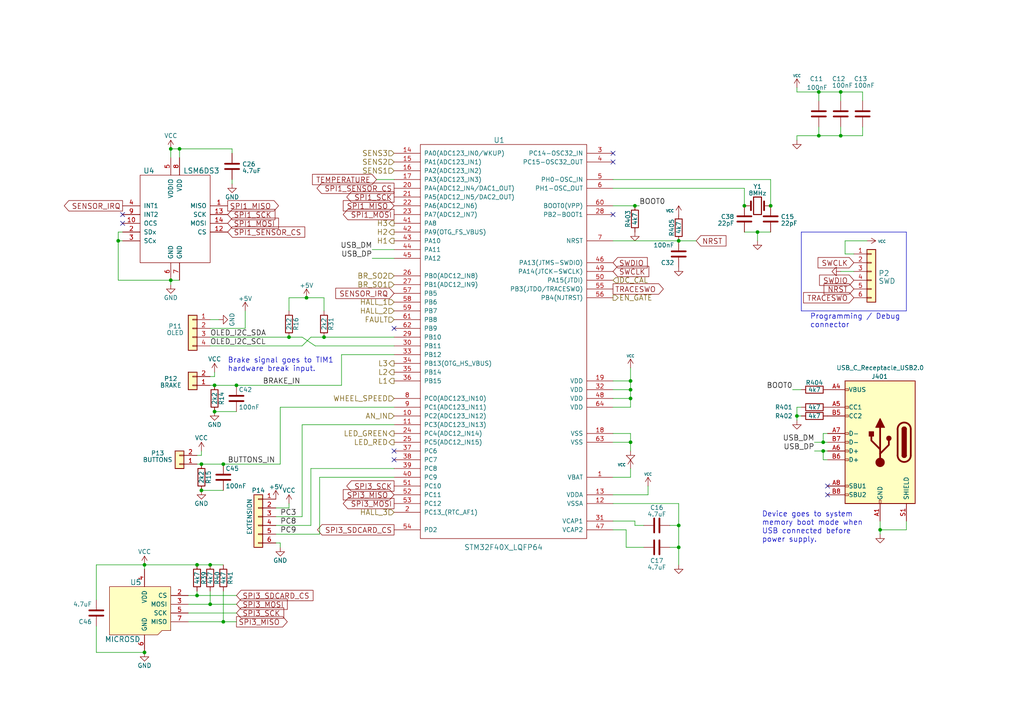
<source format=kicad_sch>
(kicad_sch (version 20230121) (generator eeschema)
  (paper "A4")
  (title_block (title "E-bike controller (based on VESC 4.10)") (date "2023-05-19") (rev "4.10-jpa") (company "Benjamin Vedder") (comment 1 "Customized by Petteri Aimonen"))
  (lib_symbols
    (symbol "Connector:USB_C_Receptacle_USB2.0" (pin_names (offset 1.016))
      (property "Reference" "J" (at -10.16 19.05 0))
      (property "Value" "USB_C_Receptacle_USB2.0" (at 19.05 19.05 0))
      (symbol "USB_C_Receptacle_USB2.0_0_0"
        (rectangle (start -0.254 -17.78) (end 0.254 -16.764))
        (rectangle (start 10.16 -14.986) (end 9.144 -15.494))
        (rectangle (start 10.16 -12.446) (end 9.144 -12.954))
        (rectangle (start 10.16 -4.826) (end 9.144 -5.334))
        (rectangle (start 10.16 -2.286) (end 9.144 -2.794))
        (rectangle (start 10.16 0.254) (end 9.144 -0.254))
        (rectangle (start 10.16 2.794) (end 9.144 2.286))
        (rectangle (start 10.16 7.874) (end 9.144 7.366))
        (rectangle (start 10.16 10.414) (end 9.144 9.906))
        (rectangle (start 10.16 15.494) (end 9.144 14.986))
      )
      (symbol "USB_C_Receptacle_USB2.0_0_1"
        (rectangle (start -10.16 17.78) (end 10.16 -17.78) (stroke (width 0.254)) (fill (type background)))
        (arc (start -8.89 -3.81) (mid -6.985 -5.7067) (end -5.08 -3.81) (stroke (width 0.508)))
        (arc (start -7.62 -3.81) (mid -6.985 -4.4423) (end -6.35 -3.81) (stroke (width 0.254)))
        (arc (start -7.62 -3.81) (mid -6.985 -4.4423) (end -6.35 -3.81) (stroke (width 0.254)) (fill (type outline)))
        (rectangle (start -7.62 -3.81) (end -6.35 3.81) (stroke (width 0.254)) (fill (type outline)))
        (arc (start -6.35 3.81) (mid -6.985 4.4423) (end -7.62 3.81) (stroke (width 0.254)))
        (arc (start -6.35 3.81) (mid -6.985 4.4423) (end -7.62 3.81) (stroke (width 0.254)) (fill (type outline)))
        (arc (start -5.08 3.81) (mid -6.985 5.7067) (end -8.89 3.81) (stroke (width 0.508)))
        (circle (center -2.54 1.143) (radius 0.635) (stroke (width 0.254)) (fill (type outline)))
        (circle (center 0 -5.842) (radius 1.27) (fill (type outline)))
        (polyline (pts (xy -8.89 -3.81) (xy -8.89 3.81)) (stroke (width 0.508)))
        (polyline (pts (xy -5.08 3.81) (xy -5.08 -3.81)) (stroke (width 0.508)))
        (polyline (pts (xy 0 -5.842) (xy 0 4.318)) (stroke (width 0.508)))
        (polyline (pts (xy 0 -3.302) (xy -2.54 -0.762) (xy -2.54 0.508)) (stroke (width 0.508)))
        (polyline (pts (xy 0 -2.032) (xy 2.54 0.508) (xy 2.54 1.778)) (stroke (width 0.508)))
        (polyline (pts (xy -1.27 4.318) (xy 0 6.858) (xy 1.27 4.318) (xy -1.27 4.318)) (stroke (width 0.254)) (fill (type outline)))
        (rectangle (start 1.905 1.778) (end 3.175 3.048) (stroke (width 0.254)) (fill (type outline)))
      )
      (symbol "USB_C_Receptacle_USB2.0_1_1"
        (pin passive line (at 0 -22.86 90) (length 5.08) (name "GND") (number "A1"))
        (pin passive line (at 0 -22.86 90) (length 5.08) hide (name "GND") (number "A12"))
        (pin passive line (at 15.24 15.24 180) (length 5.08) (name "VBUS") (number "A4"))
        (pin bidirectional line (at 15.24 10.16 180) (length 5.08) (name "CC1") (number "A5"))
        (pin bidirectional line (at 15.24 -2.54 180) (length 5.08) (name "D+") (number "A6"))
        (pin bidirectional line (at 15.24 2.54 180) (length 5.08) (name "D-") (number "A7"))
        (pin bidirectional line (at 15.24 -12.7 180) (length 5.08) (name "SBU1") (number "A8"))
        (pin passive line (at 15.24 15.24 180) (length 5.08) hide (name "VBUS") (number "A9"))
        (pin passive line (at 0 -22.86 90) (length 5.08) hide (name "GND") (number "B1"))
        (pin passive line (at 0 -22.86 90) (length 5.08) hide (name "GND") (number "B12"))
        (pin passive line (at 15.24 15.24 180) (length 5.08) hide (name "VBUS") (number "B4"))
        (pin bidirectional line (at 15.24 7.62 180) (length 5.08) (name "CC2") (number "B5"))
        (pin bidirectional line (at 15.24 -5.08 180) (length 5.08) (name "D+") (number "B6"))
        (pin bidirectional line (at 15.24 0 180) (length 5.08) (name "D-") (number "B7"))
        (pin bidirectional line (at 15.24 -15.24 180) (length 5.08) (name "SBU2") (number "B8"))
        (pin passive line (at 15.24 15.24 180) (length 5.08) hide (name "VBUS") (number "B9"))
        (pin passive line (at -7.62 -22.86 90) (length 5.08) (name "SHIELD") (number "S1"))
      )
    )
    (symbol "Connector_Generic:Conn_01x02" (pin_names (offset 1.016) hide)
      (property "Reference" "J" (at 0 2.54 0))
      (property "Value" "Conn_01x02" (at 0 -5.08 0))
      (symbol "Conn_01x02_1_1"
        (rectangle (start -1.27 -2.413) (end 0 -2.667) (stroke (width 0.1524)))
        (rectangle (start -1.27 0.127) (end 0 -0.127) (stroke (width 0.1524)))
        (rectangle (start -1.27 1.27) (end 1.27 -3.81) (stroke (width 0.254)) (fill (type background)))
        (pin passive line (at -5.08 0 0) (length 3.81) (name "Pin_1") (number "1"))
        (pin passive line (at -5.08 -2.54 0) (length 3.81) (name "Pin_2") (number "2"))
      )
    )
    (symbol "Connector_Generic:Conn_01x04" (pin_names (offset 1.016) hide)
      (property "Reference" "J" (at 0 5.08 0))
      (property "Value" "Conn_01x04" (at 0 -7.62 0))
      (symbol "Conn_01x04_1_1"
        (rectangle (start -1.27 -4.953) (end 0 -5.207) (stroke (width 0.1524)))
        (rectangle (start -1.27 -2.413) (end 0 -2.667) (stroke (width 0.1524)))
        (rectangle (start -1.27 0.127) (end 0 -0.127) (stroke (width 0.1524)))
        (rectangle (start -1.27 2.667) (end 0 2.413) (stroke (width 0.1524)))
        (rectangle (start -1.27 3.81) (end 1.27 -6.35) (stroke (width 0.254)) (fill (type background)))
        (pin passive line (at -5.08 2.54 0) (length 3.81) (name "Pin_1") (number "1"))
        (pin passive line (at -5.08 0 0) (length 3.81) (name "Pin_2") (number "2"))
        (pin passive line (at -5.08 -2.54 0) (length 3.81) (name "Pin_3") (number "3"))
        (pin passive line (at -5.08 -5.08 0) (length 3.81) (name "Pin_4") (number "4"))
      )
    )
    (symbol "Connector_Generic:Conn_01x06" (pin_names (offset 1.016) hide)
      (property "Reference" "J" (at 0 7.62 0))
      (property "Value" "Conn_01x06" (at 0 -10.16 0))
      (symbol "Conn_01x06_1_1"
        (rectangle (start -1.27 -7.493) (end 0 -7.747) (stroke (width 0.1524)))
        (rectangle (start -1.27 -4.953) (end 0 -5.207) (stroke (width 0.1524)))
        (rectangle (start -1.27 -2.413) (end 0 -2.667) (stroke (width 0.1524)))
        (rectangle (start -1.27 0.127) (end 0 -0.127) (stroke (width 0.1524)))
        (rectangle (start -1.27 2.667) (end 0 2.413) (stroke (width 0.1524)))
        (rectangle (start -1.27 5.207) (end 0 4.953) (stroke (width 0.1524)))
        (rectangle (start -1.27 6.35) (end 1.27 -8.89) (stroke (width 0.254)) (fill (type background)))
        (pin passive line (at -5.08 5.08 0) (length 3.81) (name "Pin_1") (number "1"))
        (pin passive line (at -5.08 2.54 0) (length 3.81) (name "Pin_2") (number "2"))
        (pin passive line (at -5.08 0 0) (length 3.81) (name "Pin_3") (number "3"))
        (pin passive line (at -5.08 -2.54 0) (length 3.81) (name "Pin_4") (number "4"))
        (pin passive line (at -5.08 -5.08 0) (length 3.81) (name "Pin_5") (number "5"))
        (pin passive line (at -5.08 -7.62 0) (length 3.81) (name "Pin_6") (number "6"))
      )
    )
    (symbol "Device:C" (pin_numbers hide) (pin_names (offset 0.254))
      (property "Reference" "C" (at 0.635 2.54 0))
      (property "Value" "C" (at 0.635 -2.54 0))
      (symbol "C_0_1"
        (polyline (pts (xy -2.032 -0.762) (xy 2.032 -0.762)) (stroke (width 0.508)))
        (polyline (pts (xy -2.032 0.762) (xy 2.032 0.762)) (stroke (width 0.508)))
      )
      (symbol "C_1_1"
        (pin passive line (at 0 3.81 270) (length 2.794) (name "~") (number "1"))
        (pin passive line (at 0 -3.81 90) (length 2.794) (name "~") (number "2"))
      )
    )
    (symbol "Device:Crystal" (pin_numbers hide) (pin_names (offset 1.016) hide)
      (property "Reference" "Y" (at 0 3.81 0))
      (property "Value" "Crystal" (at 0 -3.81 0))
      (symbol "Crystal_0_1"
        (rectangle (start -1.143 2.54) (end 1.143 -2.54) (stroke (width 0.3048)))
        (polyline (pts (xy -2.54 0) (xy -1.905 0)))
        (polyline (pts (xy -1.905 -1.27) (xy -1.905 1.27)) (stroke (width 0.508)))
        (polyline (pts (xy 1.905 -1.27) (xy 1.905 1.27)) (stroke (width 0.508)))
        (polyline (pts (xy 2.54 0) (xy 1.905 0)))
      )
      (symbol "Crystal_1_1"
        (pin passive line (at -3.81 0 0) (length 1.27) (name "1") (number "1"))
        (pin passive line (at 3.81 0 180) (length 1.27) (name "2") (number "2"))
      )
    )
    (symbol "Device:R" (pin_numbers hide) (pin_names (offset 0))
      (property "Reference" "R" (at 2.032 0 90))
      (property "Value" "R" (at 0 0 90))
      (symbol "R_0_1"
        (rectangle (start -1.016 -2.54) (end 1.016 2.54) (stroke (width 0.254)))
      )
      (symbol "R_1_1"
        (pin passive line (at 0 3.81 270) (length 1.27) (name "~") (number "1"))
        (pin passive line (at 0 -3.81 90) (length 1.27) (name "~") (number "2"))
      )
    )
    (symbol "crf_1:STM32F40X_LQFP64" (pin_names (offset 1.016))
      (property "Reference" "U" (at -1.27 58.42 0))
      (property "Value" "STM32F40X_LQFP64" (at 0 -59.69 0))
      (symbol "STM32F40X_LQFP64_0_1"
        (rectangle (start -24.13 57.15) (end 24.13 -57.15))
      )
      (symbol "STM32F40X_LQFP64_1_1"
        (pin power_in line (at 31.75 -39.37 180) (length 7.62) (name "VBAT") (number "1"))
        (pin bidirectional line (at -31.75 -21.59 0) (length 7.62) (name "PC2(ADC123_IN12)") (number "10"))
        (pin bidirectional line (at -31.75 -24.13 0) (length 7.62) (name "PC3(ADC123_IN13)") (number "11"))
        (pin power_in line (at 31.75 -46.99 180) (length 7.62) (name "VSSA") (number "12"))
        (pin power_in line (at 31.75 -44.45 180) (length 7.62) (name "VDDA") (number "13"))
        (pin bidirectional line (at -31.75 54.61 0) (length 7.62) (name "PA0(ADC123_IN0/WKUP)") (number "14"))
        (pin bidirectional line (at -31.75 52.07 0) (length 7.62) (name "PA1(ADC123_IN1)") (number "15"))
        (pin bidirectional line (at -31.75 49.53 0) (length 7.62) (name "PA2(ADC123_IN2)") (number "16"))
        (pin bidirectional line (at -31.75 46.99 0) (length 7.62) (name "PA3(ADC123_IN3)") (number "17"))
        (pin power_in line (at 31.75 -26.67 180) (length 7.62) (name "VSS") (number "18"))
        (pin power_in line (at 31.75 -11.43 180) (length 7.62) (name "VDD") (number "19"))
        (pin bidirectional line (at -31.75 -49.53 0) (length 7.62) (name "PC13_(RTC_AF1)") (number "2"))
        (pin bidirectional line (at -31.75 44.45 0) (length 7.62) (name "PA4(ADC12_IN4/DAC1_OUT)") (number "20"))
        (pin bidirectional line (at -31.75 41.91 0) (length 7.62) (name "PA5(ADC12_IN5/DAC2_OUT)") (number "21"))
        (pin bidirectional line (at -31.75 39.37 0) (length 7.62) (name "PA6(ADC12_IN6)") (number "22"))
        (pin bidirectional line (at -31.75 36.83 0) (length 7.62) (name "PA7(ADC12_IN7)") (number "23"))
        (pin bidirectional line (at -31.75 -26.67 0) (length 7.62) (name "PC4(ADC12_IN14)") (number "24"))
        (pin bidirectional line (at -31.75 -29.21 0) (length 7.62) (name "PC5(ADC12_IN15)") (number "25"))
        (pin bidirectional line (at -31.75 19.05 0) (length 7.62) (name "PB0(ADC12_IN8)") (number "26"))
        (pin bidirectional line (at -31.75 16.51 0) (length 7.62) (name "PB1(ADC12_IN9)") (number "27"))
        (pin bidirectional line (at 31.75 36.83 180) (length 7.62) (name "PB2-BOOT1") (number "28"))
        (pin bidirectional line (at -31.75 1.27 0) (length 7.62) (name "PB10") (number "29"))
        (pin bidirectional line (at 31.75 54.61 180) (length 7.62) (name "PC14-OSC32_IN") (number "3"))
        (pin bidirectional line (at -31.75 -1.27 0) (length 7.62) (name "PB11") (number "30"))
        (pin power_out line (at 31.75 -52.07 180) (length 7.62) (name "VCAP1") (number "31"))
        (pin power_in line (at 31.75 -13.97 180) (length 7.62) (name "VDD") (number "32"))
        (pin bidirectional line (at -31.75 -3.81 0) (length 7.62) (name "PB12") (number "33"))
        (pin bidirectional line (at -31.75 -6.35 0) (length 7.62) (name "PB13(OTG_HS_VBUS)") (number "34"))
        (pin bidirectional line (at -31.75 -8.89 0) (length 7.62) (name "PB14") (number "35"))
        (pin bidirectional line (at -31.75 -11.43 0) (length 7.62) (name "PB15") (number "36"))
        (pin bidirectional line (at -31.75 -31.75 0) (length 7.62) (name "PC6") (number "37"))
        (pin bidirectional line (at -31.75 -34.29 0) (length 7.62) (name "PC7") (number "38"))
        (pin bidirectional line (at -31.75 -36.83 0) (length 7.62) (name "PC8") (number "39"))
        (pin power_in line (at 31.75 52.07 180) (length 7.62) (name "PC15-OSC32_OUT") (number "4"))
        (pin bidirectional line (at -31.75 -39.37 0) (length 7.62) (name "PC9") (number "40"))
        (pin bidirectional line (at -31.75 34.29 0) (length 7.62) (name "PA8") (number "41"))
        (pin bidirectional line (at -31.75 31.75 0) (length 7.62) (name "PA9(OTG_FS_VBUS)") (number "42"))
        (pin bidirectional line (at -31.75 29.21 0) (length 7.62) (name "PA10") (number "43"))
        (pin bidirectional line (at -31.75 26.67 0) (length 7.62) (name "PA11") (number "44"))
        (pin bidirectional line (at -31.75 24.13 0) (length 7.62) (name "PA12") (number "45"))
        (pin bidirectional line (at 31.75 22.86 180) (length 7.62) (name "PA13(JTMS-SWDIO)") (number "46"))
        (pin power_out line (at 31.75 -54.61 180) (length 7.62) (name "VCAP2") (number "47"))
        (pin power_in line (at 31.75 -16.51 180) (length 7.62) (name "VDD") (number "48"))
        (pin bidirectional line (at 31.75 20.32 180) (length 7.62) (name "PA14(JTCK-SWCLK)") (number "49"))
        (pin bidirectional line (at 31.75 46.99 180) (length 7.62) (name "PH0-OSC_IN") (number "5"))
        (pin bidirectional line (at 31.75 17.78 180) (length 7.62) (name "PA15(JTDI)") (number "50"))
        (pin bidirectional line (at -31.75 -41.91 0) (length 7.62) (name "PC10") (number "51"))
        (pin bidirectional line (at -31.75 -44.45 0) (length 7.62) (name "PC11") (number "52"))
        (pin bidirectional line (at -31.75 -46.99 0) (length 7.62) (name "PC12") (number "53"))
        (pin bidirectional line (at -31.75 -54.61 0) (length 7.62) (name "PD2") (number "54"))
        (pin bidirectional line (at 31.75 15.24 180) (length 7.62) (name "PB3(JTDO/TRACESWO)") (number "55"))
        (pin bidirectional line (at 31.75 12.7 180) (length 7.62) (name "PB4(NJTRST)") (number "56"))
        (pin bidirectional line (at -31.75 13.97 0) (length 7.62) (name "PB5") (number "57"))
        (pin bidirectional line (at -31.75 11.43 0) (length 7.62) (name "PB6") (number "58"))
        (pin bidirectional line (at -31.75 8.89 0) (length 7.62) (name "PB7") (number "59"))
        (pin bidirectional line (at 31.75 44.45 180) (length 7.62) (name "PH1-OSC_OUT") (number "6"))
        (pin input line (at 31.75 39.37 180) (length 7.62) (name "BOOT0(VPP)") (number "60"))
        (pin bidirectional line (at -31.75 6.35 0) (length 7.62) (name "PB8") (number "61"))
        (pin bidirectional line (at -31.75 3.81 0) (length 7.62) (name "PB9") (number "62"))
        (pin power_in line (at 31.75 -29.21 180) (length 7.62) (name "VSS") (number "63"))
        (pin power_in line (at 31.75 -19.05 180) (length 7.62) (name "VDD") (number "64"))
        (pin bidirectional line (at 31.75 29.21 180) (length 7.62) (name "NRST") (number "7"))
        (pin bidirectional line (at -31.75 -16.51 0) (length 7.62) (name "PC0(ADC123_IN10)") (number "8"))
        (pin bidirectional line (at -31.75 -19.05 0) (length 7.62) (name "PC1(ADC123_IN11)") (number "9"))
      )
    )
    (symbol "lsm6ds3:LSM6DS3" (pin_names (offset 1.016))
      (property "Reference" "U" (at -7.62 15.24 0))
      (property "Value" "LSM6DS3" (at 7.62 15.24 0))
      (symbol "LSM6DS3_0_1"
        (rectangle (start -10.16 13.97) (end 10.16 -11.43))
      )
      (symbol "LSM6DS3_1_1"
        (pin output line (at 15.24 5.08 180) (length 5.08) (name "MISO") (number "1"))
        (pin passive line (at -15.24 0 0) (length 5.08) (name "OCS") (number "10"))
        (pin input line (at 15.24 -2.54 180) (length 5.08) (name "CS") (number "12"))
        (pin input line (at 15.24 2.54 180) (length 5.08) (name "SCK") (number "13"))
        (pin input line (at 15.24 0 180) (length 5.08) (name "MOSI") (number "14"))
        (pin passive line (at -15.24 -2.54 0) (length 5.08) (name "SDx") (number "2"))
        (pin passive line (at -15.24 -5.08 0) (length 5.08) (name "SCx") (number "3"))
        (pin passive line (at -15.24 5.08 0) (length 5.08) (name "INT1") (number "4"))
        (pin power_in line (at -1.27 19.05 270) (length 5.08) (name "VDDIO") (number "5"))
        (pin power_in line (at -1.27 -16.51 90) (length 5.08) (name "GND") (number "6"))
        (pin power_in line (at 1.27 -16.51 90) (length 5.08) (name "GND") (number "7"))
        (pin power_in line (at 1.27 19.05 270) (length 5.08) (name "VDD") (number "8"))
        (pin output line (at -15.24 2.54 0) (length 5.08) (name "INT2") (number "9"))
      )
    )
    (symbol "microsd:MICROSD" (pin_names (offset 1.016))
      (property "Reference" "U" (at 6.35 7.62 0))
      (property "Value" "MICROSD" (at 10.16 -8.89 0))
      (symbol "MICROSD_0_1"
        (polyline (pts (xy 0 -7.62) (xy -1.27 -6.35) (xy -3.81 -6.35) (xy -3.81 6.35) (xy 13.97 6.35) (xy 13.97 -7.62) (xy 0 -7.62)) (fill (type background)))
      )
      (symbol "MICROSD_1_1"
        (pin input line (at -8.89 3.81 0) (length 5.08) (name "CS") (number "2"))
        (pin input line (at -8.89 1.27 0) (length 5.08) (name "MOSI") (number "3"))
        (pin power_in line (at 3.81 11.43 270) (length 5.08) (name "VDD") (number "4"))
        (pin passive line (at -8.89 -1.27 0) (length 5.08) (name "SCK") (number "5"))
        (pin power_in line (at 3.81 -12.7 90) (length 5.08) (name "GND") (number "6"))
        (pin output line (at -8.89 -3.81 0) (length 5.08) (name "MISO") (number "7"))
      )
    )
    (symbol "power:+5V" (power) (pin_names (offset 0))
      (property "Value" "+5V" (at 0 3.556 0))
      (symbol "+5V_0_1"
        (polyline (pts (xy -0.762 1.27) (xy 0 2.54)))
        (polyline (pts (xy 0 0) (xy 0 2.54)))
        (polyline (pts (xy 0 2.54) (xy 0.762 1.27)))
      )
      (symbol "+5V_1_1"
        (pin power_in line (at 0 0 90) (length 0) hide (name "+5V") (number "1"))
      )
    )
    (symbol "power:GND" (power) (pin_names (offset 0))
      (property "Value" "GND" (at 0 -3.81 0))
      (symbol "GND_0_1"
        (polyline (pts (xy 0 0) (xy 0 -1.27) (xy 1.27 -1.27) (xy 0 -2.54) (xy -1.27 -1.27) (xy 0 -1.27)))
      )
      (symbol "GND_1_1"
        (pin power_in line (at 0 0 270) (length 0) hide (name "GND") (number "1"))
      )
    )
    (symbol "power:VCC" (power) (pin_names (offset 0))
      (property "Value" "VCC" (at 0 3.81 0))
      (symbol "VCC_0_1"
        (polyline (pts (xy -0.762 1.27) (xy 0 2.54)))
        (polyline (pts (xy 0 0) (xy 0 2.54)))
        (polyline (pts (xy 0 2.54) (xy 0.762 1.27)))
      )
      (symbol "VCC_1_1"
        (pin power_in line (at 0 0 90) (length 0) hide (name "VCC") (number "1"))
      )
    )
  )
  (junction (at 93.98 97.79))
  (junction (at 58.42 134.62))
  (junction (at 196.85 69.85))
  (junction (at 62.23 119.38))
  (junction (at 49.53 81.28))
  (junction (at 58.42 142.24))
  (junction (at 60.96 163.83))
  (junction (at 196.85 158.75))
  (junction (at 64.77 134.62))
  (junction (at 62.23 111.76))
  (junction (at 238.76 130.81))
  (junction (at 68.58 111.76))
  (junction (at 83.82 97.79))
  (junction (at 237.49 39.37))
  (junction (at 219.71 67.31))
  (junction (at 182.88 115.57))
  (junction (at 64.77 180.34))
  (junction (at 255.27 153.67))
  (junction (at 238.76 128.27))
  (junction (at 41.91 189.23))
  (junction (at 243.84 26.67))
  (junction (at 182.88 110.49))
  (junction (at 57.15 172.72))
  (junction (at 182.88 128.27))
  (junction (at 57.15 163.83))
  (junction (at 223.52 59.69))
  (junction (at 41.91 163.83))
  (junction (at 215.9 59.69))
  (junction (at 182.88 113.03))
  (junction (at 34.29 69.85))
  (junction (at 52.07 43.18))
  (junction (at 231.14 120.65))
  (junction (at 60.96 175.26))
  (junction (at 243.84 39.37))
  (junction (at 88.9 86.36))
  (junction (at 184.15 59.69))
  (junction (at 196.85 152.4))
  (junction (at 49.53 43.18))
  (junction (at 237.49 26.67))
  (no_connect (at 114.3 130.81))
  (no_connect (at 240.03 143.51))
  (no_connect (at 35.56 62.23))
  (no_connect (at 114.3 95.25))
  (no_connect (at 177.8 46.99))
  (no_connect (at 114.3 133.35))
  (no_connect (at 177.8 62.23))
  (no_connect (at 35.56 64.77))
  (no_connect (at 177.8 44.45))
  (no_connect (at 240.03 140.97))
  (wire (pts (xy 177.8 110.49) (xy 182.88 110.49)))
  (wire (pts (xy 231.14 118.11) (xy 232.41 118.11)))
  (wire (pts (xy 71.12 90.17) (xy 71.12 95.25)))
  (wire (pts (xy 114.3 138.43) (xy 92.71 138.43)))
  (wire (pts (xy 54.61 172.72) (xy 57.15 172.72)))
  (wire (pts (xy 182.88 110.49) (xy 182.88 113.03)))
  (wire (pts (xy 92.71 154.94) (xy 80.01 154.94)))
  (polyline (pts (xy 262.89 90.17) (xy 262.89 67.31)))
  (wire (pts (xy 182.88 113.03) (xy 177.8 113.03)))
  (wire (pts (xy 52.07 45.72) (xy 52.07 43.18)))
  (wire (pts (xy 27.94 189.23) (xy 41.91 189.23)))
  (wire (pts (xy 251.46 69.85) (xy 245.11 69.85)))
  (wire (pts (xy 93.98 97.79) (xy 114.3 97.79)))
  (wire (pts (xy 231.14 25.4) (xy 231.14 26.67)))
  (wire (pts (xy 238.76 130.81) (xy 240.03 130.81)))
  (wire (pts (xy 215.9 59.69) (xy 215.9 54.61)))
  (wire (pts (xy 87.63 149.86) (xy 87.63 123.19)))
  (wire (pts (xy 250.19 26.67) (xy 250.19 29.21)))
  (wire (pts (xy 250.19 39.37) (xy 250.19 36.83)))
  (wire (pts (xy 243.84 26.67) (xy 243.84 29.21)))
  (wire (pts (xy 49.53 81.28) (xy 52.07 81.28)))
  (wire (pts (xy 62.23 109.22) (xy 60.96 109.22)))
  (wire (pts (xy 62.23 107.95) (xy 62.23 109.22)))
  (wire (pts (xy 68.58 111.76) (xy 99.06 111.76)))
  (wire (pts (xy 177.8 151.13) (xy 184.15 151.13)))
  (wire (pts (xy 237.49 39.37) (xy 243.84 39.37)))
  (polyline (pts (xy 262.89 67.31) (xy 232.41 67.31)))
  (wire (pts (xy 255.27 153.67) (xy 255.27 154.94)))
  (wire (pts (xy 35.56 67.31) (xy 34.29 67.31)))
  (wire (pts (xy 177.8 69.85) (xy 196.85 69.85)))
  (wire (pts (xy 107.95 72.39) (xy 114.3 72.39)))
  (wire (pts (xy 60.96 175.26) (xy 68.58 175.26)))
  (wire (pts (xy 231.14 26.67) (xy 237.49 26.67)))
  (wire (pts (xy 49.53 43.18) (xy 52.07 43.18)))
  (wire (pts (xy 231.14 40.64) (xy 231.14 39.37)))
  (wire (pts (xy 177.8 59.69) (xy 184.15 59.69)))
  (wire (pts (xy 245.11 73.66) (xy 247.65 73.66)))
  (wire (pts (xy 27.94 163.83) (xy 27.94 173.99)))
  (wire (pts (xy 60.96 163.83) (xy 64.77 163.83)))
  (wire (pts (xy 27.94 163.83) (xy 41.91 163.83)))
  (wire (pts (xy 238.76 128.27) (xy 240.03 128.27)))
  (wire (pts (xy 64.77 180.34) (xy 68.58 180.34)))
  (wire (pts (xy 181.61 153.67) (xy 181.61 158.75)))
  (wire (pts (xy 88.9 86.36) (xy 93.98 86.36)))
  (wire (pts (xy 223.52 52.07) (xy 223.52 59.69)))
  (wire (pts (xy 231.14 39.37) (xy 237.49 39.37)))
  (wire (pts (xy 177.8 125.73) (xy 182.88 125.73)))
  (wire (pts (xy 67.31 43.18) (xy 67.31 44.45)))
  (wire (pts (xy 196.85 69.85) (xy 201.93 69.85)))
  (wire (pts (xy 60.96 100.33) (xy 87.63 100.33)))
  (wire (pts (xy 177.8 138.43) (xy 182.88 138.43)))
  (wire (pts (xy 58.42 142.24) (xy 64.77 142.24)))
  (wire (pts (xy 49.53 82.55) (xy 49.53 81.28)))
  (wire (pts (xy 67.31 52.07) (xy 67.31 53.34)))
  (wire (pts (xy 231.14 120.65) (xy 231.14 118.11)))
  (wire (pts (xy 181.61 158.75) (xy 186.69 158.75)))
  (wire (pts (xy 262.89 153.67) (xy 262.89 151.13)))
  (wire (pts (xy 243.84 39.37) (xy 250.19 39.37)))
  (wire (pts (xy 184.15 152.4) (xy 186.69 152.4)))
  (wire (pts (xy 196.85 158.75) (xy 196.85 163.83)))
  (wire (pts (xy 87.63 100.33) (xy 90.17 97.79)))
  (wire (pts (xy 238.76 128.27) (xy 238.76 125.73)))
  (wire (pts (xy 64.77 134.62) (xy 81.28 134.62)))
  (wire (pts (xy 107.95 74.93) (xy 114.3 74.93)))
  (wire (pts (xy 57.15 171.45) (xy 57.15 172.72)))
  (wire (pts (xy 54.61 175.26) (xy 60.96 175.26)))
  (wire (pts (xy 184.15 151.13) (xy 184.15 152.4)))
  (wire (pts (xy 93.98 86.36) (xy 93.98 90.17)))
  (wire (pts (xy 184.15 59.69) (xy 185.42 59.69)))
  (wire (pts (xy 90.17 152.4) (xy 80.01 152.4)))
  (wire (pts (xy 194.31 152.4) (xy 196.85 152.4)))
  (wire (pts (xy 87.63 123.19) (xy 114.3 123.19)))
  (wire (pts (xy 83.82 86.36) (xy 88.9 86.36)))
  (wire (pts (xy 219.71 67.31) (xy 223.52 67.31)))
  (wire (pts (xy 237.49 26.67) (xy 237.49 29.21)))
  (wire (pts (xy 57.15 163.83) (xy 60.96 163.83)))
  (wire (pts (xy 177.8 146.05) (xy 196.85 146.05)))
  (wire (pts (xy 60.96 111.76) (xy 62.23 111.76)))
  (wire (pts (xy 238.76 133.35) (xy 240.03 133.35)))
  (wire (pts (xy 60.96 175.26) (xy 60.96 171.45)))
  (wire (pts (xy 231.14 120.65) (xy 232.41 120.65)))
  (wire (pts (xy 215.9 67.31) (xy 219.71 67.31)))
  (wire (pts (xy 182.88 125.73) (xy 182.88 128.27)))
  (wire (pts (xy 187.96 143.51) (xy 177.8 143.51)))
  (wire (pts (xy 91.44 100.33) (xy 114.3 100.33)))
  (polyline (pts (xy 232.41 90.17) (xy 262.89 90.17)))
  (wire (pts (xy 177.8 54.61) (xy 215.9 54.61)))
  (wire (pts (xy 238.76 130.81) (xy 238.76 133.35)))
  (wire (pts (xy 247.65 78.74) (xy 243.84 78.74)))
  (wire (pts (xy 34.29 69.85) (xy 34.29 81.28)))
  (wire (pts (xy 57.15 172.72) (xy 68.58 172.72)))
  (wire (pts (xy 58.42 132.08) (xy 57.15 132.08)))
  (wire (pts (xy 80.01 149.86) (xy 87.63 149.86)))
  (wire (pts (xy 177.8 153.67) (xy 181.61 153.67)))
  (wire (pts (xy 34.29 69.85) (xy 35.56 69.85)))
  (wire (pts (xy 238.76 125.73) (xy 240.03 125.73)))
  (wire (pts (xy 182.88 118.11) (xy 177.8 118.11)))
  (wire (pts (xy 196.85 146.05) (xy 196.85 152.4)))
  (wire (pts (xy 58.42 134.62) (xy 64.77 134.62)))
  (wire (pts (xy 236.22 128.27) (xy 238.76 128.27)))
  (wire (pts (xy 196.85 152.4) (xy 196.85 158.75)))
  (wire (pts (xy 41.91 165.1) (xy 41.91 163.83)))
  (wire (pts (xy 182.88 113.03) (xy 182.88 115.57)))
  (polyline (pts (xy 232.41 67.31) (xy 232.41 90.17)))
  (wire (pts (xy 237.49 39.37) (xy 237.49 36.83)))
  (wire (pts (xy 182.88 115.57) (xy 182.88 118.11)))
  (wire (pts (xy 182.88 115.57) (xy 177.8 115.57)))
  (wire (pts (xy 60.96 92.71) (xy 63.5 92.71)))
  (wire (pts (xy 87.63 97.79) (xy 91.44 100.33)))
  (wire (pts (xy 81.28 157.48) (xy 80.01 157.48)))
  (wire (pts (xy 182.88 138.43) (xy 182.88 135.89)))
  (wire (pts (xy 114.3 135.89) (xy 90.17 135.89)))
  (wire (pts (xy 90.17 135.89) (xy 90.17 152.4)))
  (wire (pts (xy 194.31 158.75) (xy 196.85 158.75)))
  (wire (pts (xy 81.28 118.11) (xy 81.28 134.62)))
  (wire (pts (xy 99.06 102.87) (xy 114.3 102.87)))
  (wire (pts (xy 90.17 97.79) (xy 93.98 97.79)))
  (wire (pts (xy 64.77 171.45) (xy 64.77 180.34)))
  (wire (pts (xy 52.07 43.18) (xy 67.31 43.18)))
  (wire (pts (xy 68.58 119.38) (xy 62.23 119.38)))
  (wire (pts (xy 54.61 180.34) (xy 64.77 180.34)))
  (wire (pts (xy 34.29 81.28) (xy 49.53 81.28)))
  (wire (pts (xy 236.22 130.81) (xy 238.76 130.81)))
  (wire (pts (xy 255.27 151.13) (xy 255.27 153.67)))
  (wire (pts (xy 68.58 177.8) (xy 54.61 177.8)))
  (wire (pts (xy 243.84 26.67) (xy 250.19 26.67)))
  (wire (pts (xy 83.82 147.32) (xy 80.01 147.32)))
  (wire (pts (xy 229.87 113.03) (xy 232.41 113.03)))
  (wire (pts (xy 83.82 97.79) (xy 87.63 97.79)))
  (wire (pts (xy 187.96 140.97) (xy 187.96 143.51)))
  (wire (pts (xy 219.71 67.31) (xy 219.71 69.85)))
  (wire (pts (xy 71.12 95.25) (xy 60.96 95.25)))
  (wire (pts (xy 109.22 52.07) (xy 114.3 52.07)))
  (wire (pts (xy 58.42 130.81) (xy 58.42 132.08)))
  (wire (pts (xy 27.94 181.61) (xy 27.94 189.23)))
  (wire (pts (xy 243.84 39.37) (xy 243.84 36.83)))
  (wire (pts (xy 245.11 69.85) (xy 245.11 73.66)))
  (wire (pts (xy 231.14 121.92) (xy 231.14 120.65)))
  (wire (pts (xy 177.8 52.07) (xy 223.52 52.07)))
  (wire (pts (xy 34.29 67.31) (xy 34.29 69.85)))
  (wire (pts (xy 255.27 153.67) (xy 262.89 153.67)))
  (wire (pts (xy 62.23 111.76) (xy 68.58 111.76)))
  (wire (pts (xy 83.82 86.36) (xy 83.82 90.17)))
  (wire (pts (xy 114.3 118.11) (xy 81.28 118.11)))
  (wire (pts (xy 182.88 128.27) (xy 182.88 130.81)))
  (wire (pts (xy 182.88 106.68) (xy 182.88 110.49)))
  (wire (pts (xy 92.71 138.43) (xy 92.71 154.94)))
  (wire (pts (xy 41.91 163.83) (xy 57.15 163.83)))
  (wire (pts (xy 99.06 111.76) (xy 99.06 102.87)))
  (wire (pts (xy 237.49 26.67) (xy 243.84 26.67)))
  (wire (pts (xy 83.82 146.05) (xy 83.82 147.32)))
  (wire (pts (xy 81.28 158.75) (xy 81.28 157.48)))
  (wire (pts (xy 177.8 128.27) (xy 182.88 128.27)))
  (wire (pts (xy 57.15 134.62) (xy 58.42 134.62)))
  (wire (pts (xy 49.53 43.18) (xy 49.53 45.72)))
  (wire (pts (xy 60.96 97.79) (xy 83.82 97.79)))
  (text "Brake signal goes to TIM1\nhardware break input." (at 66.04 107.95 0) (effects (font (size 1.524 1.524)) (justify left bottom)))
  (text "Programming / Debug\nconnector" (at 234.95 95.25 0) (effects (font (size 1.524 1.524)) (justify left bottom)))
  (text "Device goes to system\nmemory boot mode when\nUSB connected before\npower supply." (at 220.98 157.48 0) (effects (font (size 1.524 1.524)) (justify left bottom)))
  (label "USB_DM" (at 236.22 128.27 180) (effects (font (size 1.524 1.524))))
  (label "USB_DP" (at 107.95 74.93 180) (effects (font (size 1.524 1.524))))
  (label "PC8" (at 81.28 152.4 0) (effects (font (size 1.524 1.524))))
  (label "BUTTONS_IN" (at 66.04 134.62 0) (effects (font (size 1.524 1.524))))
  (label "BRAKE_IN" (at 76.2 111.76 0) (effects (font (size 1.524 1.524))))
  (label "PC3" (at 81.28 149.86 0) (effects (font (size 1.524 1.524))))
  (label "BOOT0" (at 185.42 59.69 0) (effects (font (size 1.524 1.524))))
  (label "USB_DP" (at 236.22 130.81 180) (effects (font (size 1.524 1.524))))
  (label "OLED_I2C_SCL" (at 60.96 100.33 0) (effects (font (size 1.524 1.524))))
  (label "PC9" (at 81.28 154.94 0) (effects (font (size 1.524 1.524))))
  (label "USB_DM" (at 107.95 72.39 180) (effects (font (size 1.524 1.524))))
  (label "BOOT0" (at 229.87 113.03 180) (effects (font (size 1.524 1.524))))
  (label "OLED_I2C_SDA" (at 60.96 97.79 0) (effects (font (size 1.524 1.524))))
  (global_label "SPI1_MOSI" (shape output) (at 114.3 62.23 180) (effects (font (size 1.524 1.524))) (property "Intersheetrefs" "${INTERSHEET_REFS}" (effects hide)))
  (global_label "SPI1_SENSOR_CS" (shape input) (at 66.04 67.31 0) (effects (font (size 1.524 1.524))) (property "Intersheetrefs" "${INTERSHEET_REFS}" (effects hide)))
  (global_label "SWDIO" (shape input) (at 247.65 81.28 180) (effects (font (size 1.524 1.524))) (property "Intersheetrefs" "${INTERSHEET_REFS}" (effects hide)))
  (global_label "SENSOR_IRQ" (shape input) (at 114.3 85.09 180) (effects (font (size 1.524 1.524))) (property "Intersheetrefs" "${INTERSHEET_REFS}" (effects hide)))
  (global_label "TRACESWO" (shape output) (at 177.8 83.82 0) (effects (font (size 1.524 1.524))) (property "Intersheetrefs" "${INTERSHEET_REFS}" (effects hide)))
  (global_label "SPI1_SCK" (shape input) (at 66.04 62.23 0) (effects (font (size 1.524 1.524))) (property "Intersheetrefs" "${INTERSHEET_REFS}" (effects hide)))
  (global_label "SPI3_MISO" (shape output) (at 68.58 180.34 0) (effects (font (size 1.524 1.524))) (property "Intersheetrefs" "${INTERSHEET_REFS}" (effects hide)))
  (global_label "SPI3_SDCARD_CS" (shape output) (at 114.3 153.67 180) (effects (font (size 1.524 1.524))) (property "Intersheetrefs" "${INTERSHEET_REFS}" (effects hide)))
  (global_label "SPI1_MISO" (shape output) (at 66.04 59.69 0) (effects (font (size 1.524 1.524))) (property "Intersheetrefs" "${INTERSHEET_REFS}" (effects hide)))
  (global_label "SPI1_MOSI" (shape input) (at 66.04 64.77 0) (effects (font (size 1.524 1.524))) (property "Intersheetrefs" "${INTERSHEET_REFS}" (effects hide)))
  (global_label "SWCLK" (shape input) (at 247.65 76.2 180) (effects (font (size 1.524 1.524))) (property "Intersheetrefs" "${INTERSHEET_REFS}" (effects hide)))
  (global_label "SENSOR_IRQ" (shape output) (at 35.56 59.69 180) (effects (font (size 1.524 1.524))) (property "Intersheetrefs" "${INTERSHEET_REFS}" (effects hide)))
  (global_label "TRACESWO" (shape input) (at 247.65 86.36 180) (effects (font (size 1.524 1.524))) (property "Intersheetrefs" "${INTERSHEET_REFS}" (effects hide)))
  (global_label "SPI3_MOSI" (shape input) (at 68.58 175.26 0) (effects (font (size 1.524 1.524))) (property "Intersheetrefs" "${INTERSHEET_REFS}" (effects hide)))
  (global_label "TEMPERATURE" (shape input) (at 109.22 52.07 180) (effects (font (size 1.524 1.524))) (property "Intersheetrefs" "${INTERSHEET_REFS}" (effects hide)))
  (global_label "NRST" (shape input) (at 247.65 83.82 180) (effects (font (size 1.524 1.524))) (property "Intersheetrefs" "${INTERSHEET_REFS}" (effects hide)))
  (global_label "SWDIO" (shape input) (at 177.8 76.2 0) (effects (font (size 1.524 1.524))) (property "Intersheetrefs" "${INTERSHEET_REFS}" (effects hide)))
  (global_label "SPI3_MOSI" (shape output) (at 114.3 146.05 180) (effects (font (size 1.524 1.524))) (property "Intersheetrefs" "${INTERSHEET_REFS}" (effects hide)))
  (global_label "SPI1_SCK" (shape output) (at 114.3 57.15 180) (effects (font (size 1.524 1.524))) (property "Intersheetrefs" "${INTERSHEET_REFS}" (effects hide)))
  (global_label "SPI1_MISO" (shape input) (at 114.3 59.69 180) (effects (font (size 1.524 1.524))) (property "Intersheetrefs" "${INTERSHEET_REFS}" (effects hide)))
  (global_label "SPI1_SENSOR_CS" (shape output) (at 114.3 54.61 180) (effects (font (size 1.524 1.524))) (property "Intersheetrefs" "${INTERSHEET_REFS}" (effects hide)))
  (global_label "SPI3_SCK" (shape output) (at 114.3 140.97 180) (effects (font (size 1.524 1.524))) (property "Intersheetrefs" "${INTERSHEET_REFS}" (effects hide)))
  (global_label "SPI3_SDCARD_CS" (shape input) (at 68.58 172.72 0) (effects (font (size 1.524 1.524))) (property "Intersheetrefs" "${INTERSHEET_REFS}" (effects hide)))
  (global_label "SPI3_SCK" (shape input) (at 68.58 177.8 0) (effects (font (size 1.524 1.524))) (property "Intersheetrefs" "${INTERSHEET_REFS}" (effects hide)))
  (global_label "SPI3_MISO" (shape input) (at 114.3 143.51 180) (effects (font (size 1.524 1.524))) (property "Intersheetrefs" "${INTERSHEET_REFS}" (effects hide)))
  (global_label "SWCLK" (shape input) (at 177.8 78.74 0) (effects (font (size 1.524 1.524))) (property "Intersheetrefs" "${INTERSHEET_REFS}" (effects hide)))
  (global_label "NRST" (shape input) (at 201.93 69.85 0) (effects (font (size 1.524 1.524))) (property "Intersheetrefs" "${INTERSHEET_REFS}" (effects hide)))
  (hierarchical_label "FAULT" (shape input) (at 114.3 92.71 180) (effects (font (size 1.524 1.524))))
  (hierarchical_label "BR_SO2" (shape input) (at 114.3 80.01 180) (effects (font (size 1.524 1.524))))
  (hierarchical_label "H1" (shape output) (at 114.3 69.85 180) (effects (font (size 1.524 1.524))))
  (hierarchical_label "L3" (shape output) (at 114.3 105.41 180) (effects (font (size 1.524 1.524))))
  (hierarchical_label "H2" (shape output) (at 114.3 67.31 180) (effects (font (size 1.524 1.524))))
  (hierarchical_label "SENS2" (shape input) (at 114.3 46.99 180) (effects (font (size 1.524 1.524))))
  (hierarchical_label "EN_GATE" (shape output) (at 177.8 86.36 0) (effects (font (size 1.524 1.524))))
  (hierarchical_label "LED_RED" (shape output) (at 114.3 128.27 180) (effects (font (size 1.524 1.524))))
  (hierarchical_label "HALL_2" (shape input) (at 114.3 90.17 180) (effects (font (size 1.524 1.524))))
  (hierarchical_label "AN_IN" (shape input) (at 114.3 120.65 180) (effects (font (size 1.524 1.524))))
  (hierarchical_label "HALL_3" (shape input) (at 114.3 148.59 180) (effects (font (size 1.524 1.524))))
  (hierarchical_label "L1" (shape output) (at 114.3 110.49 180) (effects (font (size 1.524 1.524))))
  (hierarchical_label "WHEEL_SPEED" (shape input) (at 114.3 115.57 180) (effects (font (size 1.524 1.524))))
  (hierarchical_label "HALL_1" (shape input) (at 114.3 87.63 180) (effects (font (size 1.524 1.524))))
  (hierarchical_label "LED_GREEN" (shape output) (at 114.3 125.73 180) (effects (font (size 1.524 1.524))))
  (hierarchical_label "DC_CAL" (shape input) (at 177.8 81.28 0) (effects (font (size 1.524 1.524))))
  (hierarchical_label "SENS3" (shape input) (at 114.3 44.45 180) (effects (font (size 1.524 1.524))))
  (hierarchical_label "H3" (shape output) (at 114.3 64.77 180) (effects (font (size 1.524 1.524))))
  (hierarchical_label "SENS1" (shape input) (at 114.3 49.53 180) (effects (font (size 1.524 1.524))))
  (hierarchical_label "BR_SO1" (shape input) (at 114.3 82.55 180) (effects (font (size 1.524 1.524))))
  (hierarchical_label "L2" (shape output) (at 114.3 107.95 180) (effects (font (size 1.524 1.524))))
  (symbol (lib_id "crf_1:STM32F40X_LQFP64") (at 146.05 99.06 0) (unit 1)
    (property "Reference" "U1" (at 144.78 40.64 0) (effects (font (size 1.524 1.524))))
    (property "Value" "STM32F40X_LQFP64" (at 146.05 158.75 0) (effects (font (size 1.524 1.524))))
    (property "Footprint" "Package_QFP:LQFP-64_10x10mm_P0.5mm" (effects hide))
    (property "JLCPCB" "C15742" (effects hide))
    (property "JLCPCBCORR" "0; 0; -90" (effects hide))
  )
  (symbol (lib_id "Device:C") (at 190.5 158.75 90) (unit 1)
    (property "Reference" "C17" (at 190.5 162.6315 90))
    (property "Value" "4.7uF" (at 190.5 164.5525 90))
    (property "Footprint" "Capacitor_SMD:C_0603_1608Metric" (effects hide))
    (property "JLCPCB" "C19666" (effects hide))
  )
  (symbol (lib_id "Device:C") (at 190.5 152.4 90) (unit 1)
    (property "Reference" "C16" (at 190.5 147.2311 90))
    (property "Value" "4.7uF" (at 190.5 149.1521 90))
    (property "Footprint" "Capacitor_SMD:C_0603_1608Metric" (effects hide))
    (property "JLCPCB" "C19666" (effects hide))
  )
  (symbol (lib_id "power:GND") (at 196.85 163.83 0) (unit 1)
    (property "Reference" "#PWR025" (effects hide))
    (property "Value" "GND" (effects hide))
  )
  (symbol (lib_id "power:VCC") (at 187.96 140.97 0) (unit 1)
    (property "Reference" "#PWR026" (effects hide))
    (property "Value" "VCC" (at 187.96 137.5481 0) (effects (font (size 0.762 0.762))))
  )
  (symbol (lib_id "power:GND") (at 182.88 130.81 0) (unit 1)
    (property "Reference" "#PWR027" (effects hide))
    (property "Value" "GND" (effects hide))
  )
  (symbol (lib_id "power:VCC") (at 182.88 106.68 0) (unit 1)
    (property "Reference" "#PWR028" (effects hide))
    (property "Value" "VCC" (at 182.88 103.2581 0) (effects (font (size 0.762 0.762))))
  )
  (symbol (lib_id "Device:C") (at 223.52 63.5 0) (unit 1)
    (property "Reference" "C15" (at 226.441 62.8563 0) (effects (justify left)))
    (property "Value" "22pF" (at 226.441 64.7773 0) (effects (justify left)))
    (property "Footprint" "Capacitor_SMD:C_0603_1608Metric" (effects hide))
    (property "JLCPCB" "C1653" (effects hide))
  )
  (symbol (lib_id "Device:C") (at 215.9 63.5 0) (unit 1)
    (property "Reference" "C38" (at 212.979 62.8563 0) (effects (justify right)))
    (property "Value" "22pF" (at 212.979 64.7773 0) (effects (justify right)))
    (property "Footprint" "Capacitor_SMD:C_0603_1608Metric" (effects hide))
    (property "JLCPCB" "C1653" (effects hide))
  )
  (symbol (lib_id "power:GND") (at 219.71 69.85 0) (unit 1)
    (property "Reference" "#PWR029" (effects hide))
    (property "Value" "GND" (effects hide))
  )
  (symbol (lib_id "power:GND") (at 184.15 67.31 0) (unit 1)
    (property "Reference" "#PWR030" (effects hide))
    (property "Value" "GND" (effects hide))
  )
  (symbol (lib_id "Device:C") (at 237.49 33.02 0) (mirror x) (unit 1)
    (property "Reference" "C11" (at 238.76 22.86 0) (effects (justify right)))
    (property "Value" "100nF" (at 240.03 25.4 0) (effects (justify right)))
    (property "Footprint" "Capacitor_SMD:C_0603_1608Metric" (effects hide))
    (property "JLCPCB" "C14663" (effects hide))
  )
  (symbol (lib_id "power:VCC") (at 182.88 135.89 0) (unit 1)
    (property "Reference" "#PWR031" (effects hide))
    (property "Value" "VCC" (at 181.4831 134.8101 0) (effects (font (size 0.762 0.762)) (justify right)))
  )
  (symbol (lib_id "power:GND") (at 196.85 77.47 0) (unit 1)
    (property "Reference" "#PWR032" (effects hide))
    (property "Value" "GND" (effects hide))
  )
  (symbol (lib_id "Device:C") (at 196.85 73.66 180) (unit 1)
    (property "Reference" "C32" (at 195.58 76.2 0) (effects (justify left)))
    (property "Value" "100nF" (at 195.58 71.12 0) (effects (justify left)))
    (property "Footprint" "Capacitor_SMD:C_0603_1608Metric" (effects hide))
    (property "JLCPCB" "C14663" (effects hide))
  )
  (symbol (lib_id "Connector_Generic:Conn_01x06") (at 252.73 78.74 0) (unit 1)
    (property "Reference" "P2" (at 254.762 79.263 0) (effects (font (size 1.524 1.524)) (justify left)))
    (property "Value" "SWD" (at 254.762 81.5172 0) (effects (font (size 1.524 1.524)) (justify left)))
    (property "Footprint" "Connector_PinHeader_2.54mm:PinHeader_1x06_P2.54mm_Vertical" (effects hide))
    (property "JLCPCB" "N/A" (effects hide))
  )
  (symbol (lib_id "power:VCC") (at 251.46 69.85 270) (unit 1)
    (property "Reference" "#PWR033" (effects hide))
    (property "Value" "VCC" (at 254.635 70.0401 90) (effects (font (size 0.762 0.762)) (justify left)))
  )
  (symbol (lib_id "power:GND") (at 243.84 78.74 270) (unit 1)
    (property "Reference" "#PWR034" (effects hide))
    (property "Value" "GND" (effects hide))
  )
  (symbol (lib_id "power:GND") (at 231.14 40.64 0) (unit 1)
    (property "Reference" "#PWR035" (effects hide))
    (property "Value" "GND" (effects hide))
  )
  (symbol (lib_id "power:VCC") (at 231.14 25.4 0) (unit 1)
    (property "Reference" "#PWR036" (effects hide))
    (property "Value" "VCC" (at 231.14 21.9781 0) (effects (font (size 0.762 0.762))))
  )
  (symbol (lib_id "Device:C") (at 243.84 33.02 180) (unit 1)
    (property "Reference" "C12" (at 241.3 22.86 0) (effects (justify right)))
    (property "Value" "100nF" (at 241.3 24.781 0) (effects (justify right)))
    (property "Footprint" "Capacitor_SMD:C_0603_1608Metric" (effects hide))
    (property "JLCPCB" "C14663" (effects hide))
  )
  (symbol (lib_id "Device:C") (at 250.19 33.02 180) (unit 1)
    (property "Reference" "C13" (at 247.65 22.86 0) (effects (justify right)))
    (property "Value" "100nF" (at 247.65 24.781 0) (effects (justify right)))
    (property "Footprint" "Capacitor_SMD:C_0603_1608Metric" (effects hide))
    (property "JLCPCB" "C14663" (effects hide))
  )
  (symbol (lib_id "Connector_Generic:Conn_01x04") (at 55.88 95.25 0) (mirror y) (unit 1)
    (property "Reference" "P11" (at 50.8 94.599 0))
    (property "Value" "OLED" (at 50.8 96.52 0))
    (property "Footprint" "Connector_PinHeader_2.54mm:PinHeader_1x04_P2.54mm_Vertical" (effects hide))
    (property "JLCPCB" "N/A" (effects hide))
  )
  (symbol (lib_id "power:GND") (at 63.5 92.71 90) (unit 1)
    (property "Reference" "#PWR038" (effects hide))
    (property "Value" "GND" (at 67.31 92.71 0))
  )
  (symbol (lib_id "power:+5V") (at 71.12 90.17 0) (unit 1)
    (property "Reference" "#PWR039" (effects hide))
    (property "Value" "+5V" (at 71.12 86.614 0))
  )
  (symbol (lib_id "Device:R") (at 83.82 93.98 0) (unit 1)
    (property "Reference" "R16" (at 85.852 93.98 90))
    (property "Value" "2k2" (at 83.82 93.98 90))
    (property "Footprint" "Resistor_SMD:R_0603_1608Metric" (effects hide))
    (property "JLCPCB" "C4190" (effects hide))
  )
  (symbol (lib_id "Device:R") (at 93.98 93.98 0) (unit 1)
    (property "Reference" "R31" (at 96.012 93.98 90))
    (property "Value" "2k2" (at 93.98 93.98 90))
    (property "Footprint" "Resistor_SMD:R_0603_1608Metric" (effects hide))
    (property "JLCPCB" "C4190" (effects hide))
  )
  (symbol (lib_id "Connector_Generic:Conn_01x02") (at 55.88 111.76 180) (unit 1)
    (property "Reference" "P12" (at 49.53 109.839 0))
    (property "Value" "BRAKE" (at 49.53 111.76 0))
    (property "Footprint" "Connector_PinHeader_2.54mm:PinHeader_1x02_P2.54mm_Vertical" (effects hide))
    (property "JLCPCB" "N/A" (effects hide))
  )
  (symbol (lib_id "power:VCC") (at 62.23 107.95 0) (unit 1)
    (property "Reference" "#PWR041" (effects hide))
    (property "Value" "VCC" (at 62.23 104.14 0))
  )
  (symbol (lib_id "Device:R") (at 62.23 115.57 0) (unit 1)
    (property "Reference" "R14" (at 64.262 115.57 90))
    (property "Value" "2k2" (at 62.23 115.57 90))
    (property "Footprint" "Resistor_SMD:R_0603_1608Metric" (effects hide))
    (property "JLCPCB" "C4190" (effects hide))
  )
  (symbol (lib_id "power:GND") (at 62.23 119.38 0) (unit 1)
    (property "Reference" "#PWR042" (effects hide))
    (property "Value" "GND" (at 62.23 123.19 0))
  )
  (symbol (lib_id "Device:C") (at 68.58 115.57 0) (unit 1)
    (property "Reference" "C42" (at 69.215 113.03 0) (effects (justify left)))
    (property "Value" "100nF" (at 69.215 118.11 0) (effects (justify left)))
    (property "Footprint" "Capacitor_SMD:C_0603_1608Metric" (effects hide))
    (property "JLCPCB" "C14663" (effects hide))
  )
  (symbol (lib_id "Connector_Generic:Conn_01x02") (at 52.07 134.62 180) (unit 1)
    (property "Reference" "P13" (at 45.72 131.429 0))
    (property "Value" "BUTTONS" (at 45.72 133.35 0))
    (property "Footprint" "Connector_PinHeader_2.54mm:PinHeader_1x02_P2.54mm_Vertical" (effects hide))
    (property "JLCPCB" "N/A" (effects hide))
  )
  (symbol (lib_id "power:VCC") (at 58.42 130.81 0) (unit 1)
    (property "Reference" "#PWR043" (effects hide))
    (property "Value" "VCC" (at 58.42 127 0))
  )
  (symbol (lib_id "Device:R") (at 58.42 138.43 0) (unit 1)
    (property "Reference" "R15" (at 60.452 138.43 90))
    (property "Value" "2k2" (at 58.42 138.43 90))
    (property "Footprint" "Resistor_SMD:R_0603_1608Metric" (effects hide))
    (property "JLCPCB" "C4190" (effects hide))
  )
  (symbol (lib_id "Device:C") (at 64.77 138.43 0) (unit 1)
    (property "Reference" "C45" (at 65.405 135.89 0) (effects (justify left)))
    (property "Value" "100nF" (at 65.405 140.97 0) (effects (justify left)))
    (property "Footprint" "Capacitor_SMD:C_0603_1608Metric" (effects hide))
    (property "JLCPCB" "C14663" (effects hide))
  )
  (symbol (lib_id "power:GND") (at 58.42 142.24 0) (unit 1)
    (property "Reference" "#PWR044" (effects hide))
    (property "Value" "GND" (at 58.42 146.05 0))
  )
  (symbol (lib_id "Connector_Generic:Conn_01x06") (at 74.93 149.86 0) (mirror y) (unit 1)
    (property "Reference" "P14" (at 74.93 142.24 0))
    (property "Value" "EXTENSION" (at 72.39 149.86 90))
    (property "Footprint" "Connector_PinHeader_2.54mm:PinHeader_1x06_P2.54mm_Vertical" (effects hide))
    (property "JLCPCB" "N/A" (effects hide))
  )
  (symbol (lib_id "power:VCC") (at 83.82 146.05 0) (unit 1)
    (property "Reference" "#PWR047" (effects hide))
    (property "Value" "VCC" (at 83.82 142.24 0))
  )
  (symbol (lib_id "power:GND") (at 81.28 158.75 0) (unit 1)
    (property "Reference" "#PWR048" (effects hide))
    (property "Value" "GND" (at 81.28 162.56 0))
  )
  (symbol (lib_id "microsd:MICROSD") (at 45.72 176.53 0) (mirror y) (unit 1)
    (property "Reference" "U5" (at 39.37 168.91 0) (effects (font (size 1.524 1.524))))
    (property "Value" "MICROSD" (at 35.56 185.42 0) (effects (font (size 1.524 1.524))))
    (property "Footprint" "Connector_Card:microSD_HC_Molex_104031-0811" (effects hide))
    (property "JLCPCB" "N/A" (effects hide))
  )
  (symbol (lib_id "power:VCC") (at 41.91 163.83 0) (unit 1)
    (property "Reference" "#PWR049" (effects hide))
    (property "Value" "VCC" (at 41.91 160.02 0))
  )
  (symbol (lib_id "power:GND") (at 41.91 189.23 0) (unit 1)
    (property "Reference" "#PWR050" (effects hide))
    (property "Value" "GND" (at 41.91 193.04 0))
  )
  (symbol (lib_id "Device:C") (at 27.94 177.8 180) (unit 1)
    (property "Reference" "C46" (at 26.67 180.34 0) (effects (justify left)))
    (property "Value" "4.7uF" (at 26.67 175.26 0) (effects (justify left)))
    (property "Footprint" "Capacitor_SMD:C_0603_1608Metric" (effects hide))
    (property "JLCPCB" "C19666" (effects hide))
  )
  (symbol (lib_id "power:VCC") (at 49.53 43.18 0) (unit 1)
    (property "Reference" "#PWR051" (effects hide))
    (property "Value" "VCC" (at 49.53 39.37 0))
  )
  (symbol (lib_id "Device:C") (at 67.31 48.26 180) (unit 1)
    (property "Reference" "C26" (at 70.231 47.6163 0) (effects (justify right)))
    (property "Value" "4.7uF" (at 70.231 49.5373 0) (effects (justify right)))
    (property "Footprint" "Capacitor_SMD:C_0603_1608Metric" (effects hide))
    (property "JLCPCB" "C19666" (effects hide))
  )
  (symbol (lib_id "power:GND") (at 67.31 53.34 0) (unit 1)
    (property "Reference" "#PWR052" (effects hide))
    (property "Value" "GND" (at 67.31 57.15 0))
  )
  (symbol (lib_id "lsm6ds3:LSM6DS3") (at 50.8 64.77 0) (unit 1)
    (property "Reference" "U4" (at 43.18 49.53 0) (effects (font (size 1.524 1.524))))
    (property "Value" "LSM6DS3" (at 58.42 49.53 0) (effects (font (size 1.524 1.524))))
    (property "Footprint" "LSM6DS3:LSM6DS3" (effects hide))
    (property "JLCPCB" "C967633" (effects hide))
  )
  (symbol (lib_id "power:GND") (at 49.53 82.55 0) (unit 1)
    (property "Reference" "#PWR053" (effects hide))
    (property "Value" "GND" (at 49.53 86.36 0))
  )
  (symbol (lib_id "Device:R") (at 57.15 167.64 0) (unit 1)
    (property "Reference" "R39" (at 59.182 167.64 90))
    (property "Value" "4k7" (at 57.15 167.64 90))
    (property "Footprint" "Resistor_SMD:R_0603_1608Metric" (effects hide))
    (property "JLCPCB" "C23162" (effects hide))
  )
  (symbol (lib_id "Device:R") (at 60.96 167.64 0) (unit 1)
    (property "Reference" "R40" (at 62.992 167.64 90))
    (property "Value" "4k7" (at 60.96 167.64 90))
    (property "Footprint" "Resistor_SMD:R_0603_1608Metric" (effects hide))
    (property "JLCPCB" "C23162" (effects hide))
  )
  (symbol (lib_id "Device:R") (at 64.77 167.64 0) (unit 1)
    (property "Reference" "R41" (at 66.802 167.64 90))
    (property "Value" "4k7" (at 64.77 167.64 90))
    (property "Footprint" "Resistor_SMD:R_0603_1608Metric" (effects hide))
    (property "JLCPCB" "C23162" (effects hide))
  )
  (symbol (lib_id "power:+5V") (at 88.9 86.36 0) (unit 1)
    (property "Reference" "#PWR039" (effects hide))
    (property "Value" "+5V" (at 88.9 82.804 0))
    (instances (project "BLDC_4" (path "" (reference "#PWR039") (unit 1)) (path "" (reference "#PWR06") (unit 1))))
  )
  (symbol (lib_id "Device:R") (at 236.22 118.11 90) (unit 1)
    (property "Reference" "R401" (at 227.33 118.11 90))
    (property "Value" "4k7" (at 236.22 118.11 90))
    (property "Footprint" "Resistor_SMD:R_0603_1608Metric" (effects hide))
    (property "JLCPCB" "C23162" (effects hide))
  )
  (symbol (lib_id "Connector:USB_C_Receptacle_USB2.0") (at 255.27 128.27 0) (mirror y) (unit 1)
    (property "Reference" "J401" (at 252.73 109.22 0) (effects (justify right)))
    (property "Value" "USB_C_Receptacle_USB2.0" (at 242.57 106.68 0) (effects (justify right)))
    (property "Footprint" "Connector_USB:USB_C_Receptacle_XKB_U262-16XN-4BVC11" (effects hide))
    (property "Datasheet" "https://www.usb.org/sites/default/files/documents/usb_type-c.zip" (effects hide))
    (property "JLCPCB" "C319148" (effects hide))
    (property "JLCPCBCORR" "0;-1.2;0" (effects hide))
  )
  (symbol (lib_id "power:+5V") (at 80.01 144.78 0) (unit 1)
    (property "Reference" "#PWR039" (effects hide))
    (property "Value" "+5V" (at 80.01 141.224 0))
    (instances (project "BLDC_4" (path "" (reference "#PWR039") (unit 1)) (path "" (reference "#PWR037") (unit 1))))
  )
  (symbol (lib_id "power:VCC") (at 196.85 62.23 0) (unit 1)
    (property "Reference" "#PWR0403" (effects hide))
    (property "Value" "VCC" (at 195.4531 61.1501 0) (effects (font (size 0.762 0.762)) (justify right)))
  )
  (symbol (lib_id "power:GND") (at 255.27 154.94 0) (unit 1)
    (property "Reference" "#PWR0402" (effects hide))
    (property "Value" "GND" (effects hide))
  )
  (symbol (lib_id "power:GND") (at 231.14 121.92 0) (unit 1)
    (property "Reference" "#PWR0401" (effects hide))
    (property "Value" "GND" (effects hide))
  )
  (symbol (lib_id "Device:R") (at 196.85 66.04 180) (unit 1)
    (property "Reference" "R405" (at 194.818 66.04 90))
    (property "Value" "4k7" (at 196.85 66.04 90))
    (property "Footprint" "Resistor_SMD:R_0603_1608Metric" (effects hide))
    (property "JLCPCB" "C23162" (effects hide))
  )
  (symbol (lib_id "Device:R") (at 184.15 63.5 180) (unit 1)
    (property "Reference" "R403" (at 182.118 63.5 90))
    (property "Value" "4k7" (at 184.15 63.5 90))
    (property "Footprint" "Resistor_SMD:R_0603_1608Metric" (effects hide))
    (property "JLCPCB" "C23162" (effects hide))
  )
  (symbol (lib_id "Device:R") (at 236.22 120.65 90) (unit 1)
    (property "Reference" "R402" (at 227.33 120.65 90))
    (property "Value" "4k7" (at 236.22 120.65 90))
    (property "Footprint" "Resistor_SMD:R_0603_1608Metric" (effects hide))
    (property "JLCPCB" "C23162" (effects hide))
  )
  (symbol (lib_id "Device:Crystal") (at 219.71 59.69 180) (unit 1)
    (property "Reference" "Y1" (at 219.71 54.1147 0))
    (property "Value" "8MHz" (at 219.71 56.0357 0))
    (property "Footprint" "Crystal:Crystal_SMD_5032-2Pin_5.0x3.2mm" (effects hide))
    (property "JLCPCB" "C115962" (effects hide))
  )
  (symbol (lib_id "Device:R") (at 236.22 113.03 90) (unit 1)
    (property "Reference" "R404" (at 236.22 110.998 90))
    (property "Value" "4k7" (at 236.22 113.03 90))
    (property "Footprint" "Resistor_SMD:R_0603_1608Metric" (effects hide))
    (property "JLCPCB" "C23162" (effects hide))
  )
)
</source>
